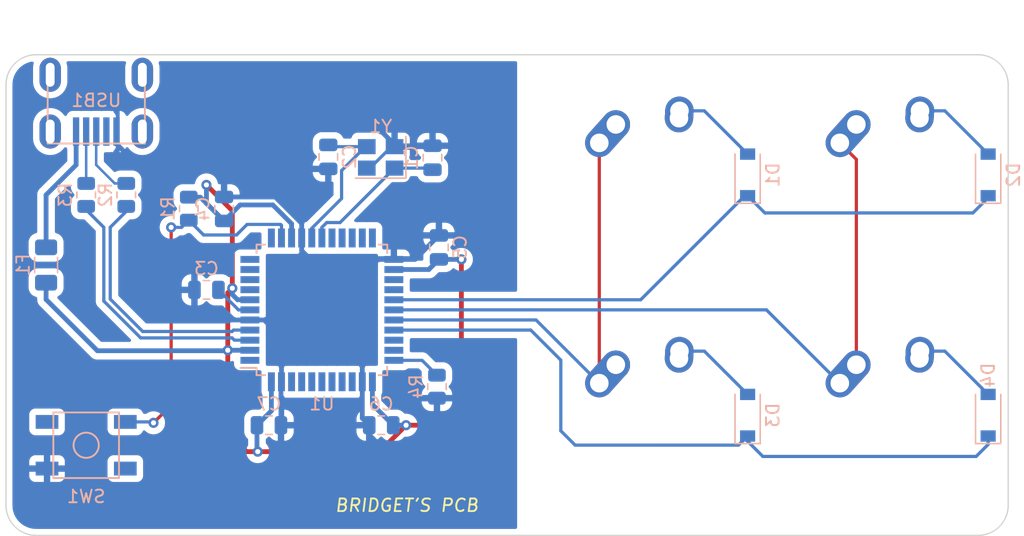
<source format=kicad_pcb>
(kicad_pcb (version 20211014) (generator pcbnew)
  (layers (0 "F.Cu" signal) (31 "B.Cu" signal) (34 "B.Paste" user) (35 "F.Paste" user) (36 "B.SilkS" user "B.Silkscreen") (37 "F.SilkS" user "F.Silkscreen") (38 "B.Mask" user) (39 "F.Mask" user) (44 "Edge.Cuts" user))
  (net 0 "")
  (net 1 "GND")
  (net 2 "Net-(C1-Pad2)")
  (net 3 "Net-(C2-Pad2)")
  (net 4 "Net-(C3-Pad1)")
  (net 5 "/ROW0")
  (net 6 "Net-(D1-Pad2)")
  (net 7 "Net-(D2-Pad2)")
  (net 8 "/ROW1")
  (net 9 "Net-(D3-Pad2)")
  (net 10 "Net-(D4-Pad2)")
  (net 11 "VCC")
  (net 12 "+5V")
  (net 13 "/COL0")
  (net 14 "/COL1")
  (net 15 "Net-(R1-Pad2)")
  (net 16 "/D+")
  (net 17 "Net-(R2-Pad2)")
  (net 18 "/D-")
  (net 19 "Net-(R3-Pad2)")
  (net 20 "Net-(R4-Pad1)")
  (footprint "MX_Alps_Hybrid:MX-1U-NoLED" (layer "F.Cu") (at 88.9 69.85)
    (fp_text reference "MX1")
    (fp_text value "MX-NoLED")
    (pad "" np_thru_hole circle locked (at 0 0) (size 3.9878 3.9878) (drill 3.9878) (layers *.Cu *.Mask))
    (pad "" np_thru_hole circle locked (at 5.08 0 48.0996) (size 1.75 1.75) (drill 1.75) (layers *.Cu *.Mask))
    (pad "" np_thru_hole circle locked (at -5.08 0 48.0996) (size 1.75 1.75) (drill 1.75) (layers *.Cu *.Mask))
    (pad "1" thru_hole oval locked (at -3.81 -2.54 48.0996) (size 4.211556 2.25) (drill 1.47 (offset 0.980778 0)) (layers *.Cu "B.Mask") (net 13 "/COL0"))
    (pad "1" thru_hole circle locked (at -2.5 -4) (size 2.25 2.25) (drill 1.47) (layers *.Cu "B.Mask") (net 13 "/COL0"))
    (pad "2" thru_hole circle locked (at 2.54 -5.08) (size 2.25 2.25) (drill 1.47) (layers *.Cu "B.Mask") (net 6 "Net-(D1-Pad2)"))
    (pad "2" thru_hole oval locked (at 2.5 -4.5 86.0548) (size 2.831378 2.25) (drill 1.47 (offset 0.290689 0)) (layers *.Cu "B.Mask") (net 6 "Net-(D1-Pad2)"))
  )
  (footprint "MX_Alps_Hybrid:MX-1U-NoLED" (layer "F.Cu") (at 107.95 88.9)
    (fp_text reference "MX4")
    (fp_text value "MX-NoLED")
    (pad "" np_thru_hole circle locked (at -5.08 0 48.0996) (size 1.75 1.75) (drill 1.75) (layers *.Cu *.Mask))
    (pad "" np_thru_hole circle locked (at 5.08 0 48.0996) (size 1.75 1.75) (drill 1.75) (layers *.Cu *.Mask))
    (pad "" np_thru_hole circle locked (at 0 0) (size 3.9878 3.9878) (drill 3.9878) (layers *.Cu *.Mask))
    (pad "1" thru_hole oval locked (at -3.81 -2.54 48.0996) (size 4.211556 2.25) (drill 1.47 (offset 0.980778 0)) (layers *.Cu "B.Mask") (net 14 "/COL1"))
    (pad "1" thru_hole circle locked (at -2.5 -4) (size 2.25 2.25) (drill 1.47) (layers *.Cu "B.Mask") (net 14 "/COL1"))
    (pad "2" thru_hole circle locked (at 2.54 -5.08) (size 2.25 2.25) (drill 1.47) (layers *.Cu "B.Mask") (net 10 "Net-(D4-Pad2)"))
    (pad "2" thru_hole oval locked (at 2.5 -4.5 86.0548) (size 2.831378 2.25) (drill 1.47 (offset 0.290689 0)) (layers *.Cu "B.Mask") (net 10 "Net-(D4-Pad2)"))
  )
  (footprint "MX_Alps_Hybrid:MX-1U-NoLED" (layer "F.Cu") (at 107.95 69.85)
    (fp_text reference "MX2")
    (fp_text value "MX-NoLED")
    (pad "" np_thru_hole circle locked (at 0 0) (size 3.9878 3.9878) (drill 3.9878) (layers *.Cu *.Mask))
    (pad "" np_thru_hole circle locked (at -5.08 0 48.0996) (size 1.75 1.75) (drill 1.75) (layers *.Cu *.Mask))
    (pad "" np_thru_hole circle locked (at 5.08 0 48.0996) (size 1.75 1.75) (drill 1.75) (layers *.Cu *.Mask))
    (pad "1" thru_hole circle locked (at -2.5 -4) (size 2.25 2.25) (drill 1.47) (layers *.Cu "B.Mask") (net 14 "/COL1"))
    (pad "1" thru_hole oval locked (at -3.81 -2.54 48.0996) (size 4.211556 2.25) (drill 1.47 (offset 0.980778 0)) (layers *.Cu "B.Mask") (net 14 "/COL1"))
    (pad "2" thru_hole oval locked (at 2.5 -4.5 86.0548) (size 2.831378 2.25) (drill 1.47 (offset 0.290689 0)) (layers *.Cu "B.Mask") (net 7 "Net-(D2-Pad2)"))
    (pad "2" thru_hole circle locked (at 2.54 -5.08) (size 2.25 2.25) (drill 1.47) (layers *.Cu "B.Mask") (net 7 "Net-(D2-Pad2)"))
  )
  (footprint "MX_Alps_Hybrid:MX-1U-NoLED" (layer "F.Cu") (at 88.9 88.9)
    (fp_text reference "MX3")
    (fp_text value "MX-NoLED")
    (pad "" np_thru_hole circle locked (at 0 0) (size 3.9878 3.9878) (drill 3.9878) (layers *.Cu *.Mask))
    (pad "" np_thru_hole circle locked (at 5.08 0 48.0996) (size 1.75 1.75) (drill 1.75) (layers *.Cu *.Mask))
    (pad "" np_thru_hole circle locked (at -5.08 0 48.0996) (size 1.75 1.75) (drill 1.75) (layers *.Cu *.Mask))
    (pad "1" thru_hole oval locked (at -3.81 -2.54 48.0996) (size 4.211556 2.25) (drill 1.47 (offset 0.980778 0)) (layers *.Cu "B.Mask") (net 13 "/COL0"))
    (pad "1" thru_hole circle locked (at -2.5 -4) (size 2.25 2.25) (drill 1.47) (layers *.Cu "B.Mask") (net 13 "/COL0"))
    (pad "2" thru_hole oval locked (at 2.5 -4.5 86.0548) (size 2.831378 2.25) (drill 1.47 (offset 0.290689 0)) (layers *.Cu "B.Mask") (net 9 "Net-(D3-Pad2)"))
    (pad "2" thru_hole circle locked (at 2.54 -5.08) (size 2.25 2.25) (drill 1.47) (layers *.Cu "B.Mask") (net 9 "Net-(D3-Pad2)"))
  )
  (footprint "Capacitor_SMD:C_0805_2012Metric" (layer "B.Cu") (at 63.627 68.42125 90)
    (fp_text reference "C2" (at 0 1.68 90) (layer "B.SilkS") (effects (justify mirror)))
    (fp_text value "22 pF")
    (fp_line (start -0.261252 0.735) (end 0.261252 0.735) (layer "B.SilkS") (width 0.12))
    (fp_line (start -0.261252 -0.735) (end 0.261252 -0.735) (layer "B.SilkS") (width 0.12))
    (pad "1" smd roundrect locked (at -0.95 0 90) (size 1 1.45) (layers "B.Cu" "B.Paste" "B.Mask") (net 1 "GND"))
    (pad "2" smd roundrect locked (at 0.95 0 90) (size 1 1.45) (layers "B.Cu" "B.Paste" "B.Mask") (net 3 "Net-(C2-Pad2)"))
  )
  (footprint "Capacitor_SMD:C_0805_2012Metric" (layer "B.Cu") (at 53.975 78.96225 180)
    (fp_text reference "C3" (at 0 1.68) (layer "B.SilkS") (effects (justify mirror)))
    (fp_text value "1 uF")
    (fp_line (start -0.261252 0.735) (end 0.261252 0.735) (layer "B.SilkS") (width 0.12))
    (fp_line (start -0.261252 -0.735) (end 0.261252 -0.735) (layer "B.SilkS") (width 0.12))
    (pad "1" smd roundrect locked (at -0.95 0 180) (size 1 1.45) (layers "B.Cu" "B.Paste" "B.Mask") (net 4 "Net-(C3-Pad1)"))
    (pad "2" smd roundrect locked (at 0.95 0 180) (size 1 1.45) (layers "B.Cu" "B.Paste" "B.Mask") (net 1 "GND"))
  )
  (footprint "Capacitor_SMD:C_0805_2012Metric" (layer "B.Cu") (at 67.818 89.69375 180)
    (fp_text reference "C6" (at 0 1.68) (layer "B.SilkS") (effects (justify mirror)))
    (fp_text value "0.1 uF")
    (fp_line (start -0.261252 0.735) (end 0.261252 0.735) (layer "B.SilkS") (width 0.12))
    (fp_line (start -0.261252 -0.735) (end 0.261252 -0.735) (layer "B.SilkS") (width 0.12))
    (pad "1" smd roundrect locked (at -0.95 0 180) (size 1 1.45) (layers "B.Cu" "B.Paste" "B.Mask") (net 12 "+5V"))
    (pad "2" smd roundrect locked (at 0.95 0 180) (size 1 1.45) (layers "B.Cu" "B.Paste" "B.Mask") (net 1 "GND"))
  )
  (footprint "Capacitor_SMD:C_0805_2012Metric" (layer "B.Cu") (at 72.39 75.59675 90)
    (fp_text reference "C5" (at 0 1.68 90) (layer "B.SilkS") (effects (justify mirror)))
    (fp_text value "0.1 uF")
    (fp_line (start -0.261252 -0.735) (end 0.261252 -0.735) (layer "B.SilkS") (width 0.12))
    (fp_line (start -0.261252 0.735) (end 0.261252 0.735) (layer "B.SilkS") (width 0.12))
    (pad "1" smd roundrect locked (at -0.95 0 90) (size 1 1.45) (layers "B.Cu" "B.Paste" "B.Mask") (net 12 "+5V"))
    (pad "2" smd roundrect locked (at 0.95 0 90) (size 1 1.45) (layers "B.Cu" "B.Paste" "B.Mask") (net 1 "GND"))
  )
  (footprint "random-keyboard-parts:SKQG-1155865" (layer "B.Cu") (at 44.45 91.28125 180)
    (fp_text reference "SW1" (at 0 -4.064) (layer "B.SilkS") (effects (justify mirror)))
    (fp_text value "SW_Push")
    (fp_line (start -2.6 2.6) (end 2.6 2.6) (layer "B.SilkS") (width 0.15))
    (fp_line (start 2.6 2.6) (end 2.6 -2.6) (layer "B.SilkS") (width 0.15))
    (fp_line (start 2.6 -2.6) (end -2.6 -2.6) (layer "B.SilkS") (width 0.15))
    (fp_line (start -2.6 -2.6) (end -2.6 2.6) (layer "B.SilkS") (width 0.15))
    (fp_circle (center 0 0) (end 1 0) (layer "B.SilkS") (width 0.15) (fill none))
    (pad "1" smd rect locked (at 3.1 -1.85 180) (size 1.8 1.1) (layers "B.Cu" "B.Paste" "B.Mask") (net 1 "GND"))
    (pad "2" smd rect locked (at -3.1 1.85 180) (size 1.8 1.1) (layers "B.Cu" "B.Paste" "B.Mask") (net 15 "Net-(R1-Pad2)"))
    (pad "3" smd rect locked (at 3.1 1.85 180) (size 1.8 1.1) (layers "B.Cu" "B.Paste" "B.Mask"))
    (pad "4" smd rect locked (at -3.1 -1.85 180) (size 1.8 1.1) (layers "B.Cu" "B.Paste" "B.Mask"))
  )
  (footprint "Resistor_SMD:R_0805_2012Metric" (layer "B.Cu") (at 52.578 72.52525 -90)
    (fp_text reference "R1" (at 0 1.65 90) (layer "B.SilkS") (effects (justify mirror)))
    (fp_text value "10k")
    (fp_line (start -0.227064 -0.735) (end 0.227064 -0.735) (layer "B.SilkS") (width 0.12))
    (fp_line (start -0.227064 0.735) (end 0.227064 0.735) (layer "B.SilkS") (width 0.12))
    (pad "1" smd roundrect locked (at -0.9125 0 270) (size 1.025 1.4) (layers "B.Cu" "B.Paste" "B.Mask") (roundrect_rratio 0.243902) (net 12 "+5V"))
    (pad "2" smd roundrect locked (at 0.9125 0 270) (size 1.025 1.4) (layers "B.Cu" "B.Paste" "B.Mask") (roundrect_rratio 0.243902) (net 15 "Net-(R1-Pad2)"))
  )
  (footprint "Diode_SMD:D_SOD-123" (layer "B.Cu") (at 96.8375 69.85 90)
    (fp_text reference "D1" (at 0 2 90) (layer "B.SilkS") (effects (justify mirror)))
    (fp_text value "SOD-123")
    (fp_line (start -2.25 -1) (end 1.65 -1) (layer "B.SilkS") (width 0.12))
    (fp_line (start -2.25 1) (end -2.25 -1) (layer "B.SilkS") (width 0.12))
    (fp_line (start -2.25 1) (end 1.65 1) (layer "B.SilkS") (width 0.12))
    (pad "1" smd rect locked (at -1.65 0 90) (size 0.9 1.2) (layers "B.Cu" "B.Paste" "B.Mask") (net 5 "/ROW0"))
    (pad "2" smd rect locked (at 1.65 0 90) (size 0.9 1.2) (layers "B.Cu" "B.Paste" "B.Mask") (net 6 "Net-(D1-Pad2)"))
  )
  (footprint "Diode_SMD:D_SOD-123" (layer "B.Cu") (at 96.8375 88.9 90)
    (fp_text reference "D3" (at 0 2 90) (layer "B.SilkS") (effects (justify mirror)))
    (fp_text value "SOD-123")
    (fp_line (start -2.25 1) (end 1.65 1) (layer "B.SilkS") (width 0.12))
    (fp_line (start -2.25 -1) (end 1.65 -1) (layer "B.SilkS") (width 0.12))
    (fp_line (start -2.25 1) (end -2.25 -1) (layer "B.SilkS") (width 0.12))
    (pad "1" smd rect locked (at -1.65 0 90) (size 0.9 1.2) (layers "B.Cu" "B.Paste" "B.Mask") (net 8 "/ROW1"))
    (pad "2" smd rect locked (at 1.65 0 90) (size 0.9 1.2) (layers "B.Cu" "B.Paste" "B.Mask") (net 9 "Net-(D3-Pad2)"))
  )
  (footprint "Crystal:Crystal_SMD_3225-4Pin_3.2x2.5mm" (layer "B.Cu") (at 67.775 68.46025 180)
    (fp_text reference "Y1" (at 0 2.45) (layer "B.SilkS") (effects (justify mirror)))
    (fp_text value "16 MHz")
    (fp_line (start -2 1.65) (end -2 -1.65) (layer "B.SilkS") (width 0.12))
    (fp_line (start -2 -1.65) (end 2 -1.65) (layer "B.SilkS") (width 0.12))
    (pad "1" smd rect locked (at -1.1 -0.85 180) (size 1.4 1.2) (layers "B.Cu" "B.Paste" "B.Mask") (net 2 "Net-(C1-Pad2)"))
    (pad "2" smd rect locked (at 1.1 -0.85 180) (size 1.4 1.2) (layers "B.Cu" "B.Paste" "B.Mask") (net 1 "GND"))
    (pad "3" smd rect locked (at 1.1 0.85 180) (size 1.4 1.2) (layers "B.Cu" "B.Paste" "B.Mask") (net 3 "Net-(C2-Pad2)"))
    (pad "4" smd rect locked (at -1.1 0.85 180) (size 1.4 1.2) (layers "B.Cu" "B.Paste" "B.Mask") (net 1 "GND"))
  )
  (footprint "Resistor_SMD:R_0805_2012Metric" (layer "B.Cu") (at 47.625 71.4375 -90)
    (fp_text reference "R2" (at 0 1.65 90) (layer "B.SilkS") (effects (justify mirror)))
    (fp_text value "22")
    (fp_line (start -0.227064 0.735) (end 0.227064 0.735) (layer "B.SilkS") (width 0.12))
    (fp_line (start -0.227064 -0.735) (end 0.227064 -0.735) (layer "B.SilkS") (width 0.12))
    (pad "1" smd roundrect locked (at -0.9125 0 270) (size 1.025 1.4) (layers "B.Cu" "B.Paste" "B.Mask") (roundrect_rratio 0.243902) (net 16 "/D+"))
    (pad "2" smd roundrect locked (at 0.9125 0 270) (size 1.025 1.4) (layers "B.Cu" "B.Paste" "B.Mask") (roundrect_rratio 0.243902) (net 17 "Net-(R2-Pad2)"))
  )
  (footprint "Capacitor_SMD:C_0805_2012Metric" (layer "B.Cu") (at 55.372 72.54875 -90)
    (fp_text reference "C4" (at 0 1.68 90) (layer "B.SilkS") (effects (justify mirror)))
    (fp_text value "0.1 uF")
    (fp_line (start -0.261252 -0.735) (end 0.261252 -0.735) (layer "B.SilkS") (width 0.12))
    (fp_line (start -0.261252 0.735) (end 0.261252 0.735) (layer "B.SilkS") (width 0.12))
    (pad "1" smd roundrect locked (at -0.95 0 270) (size 1 1.45) (layers "B.Cu" "B.Paste" "B.Mask") (net 1 "GND"))
    (pad "2" smd roundrect locked (at 0.95 0 270) (size 1 1.45) (layers "B.Cu" "B.Paste" "B.Mask") (net 12 "+5V"))
  )
  (footprint "Resistor_SMD:R_0805_2012Metric" (layer "B.Cu") (at 44.45 71.4375 -90)
    (fp_text reference "R3" (at 0 1.65 90) (layer "B.SilkS") (effects (justify mirror)))
    (fp_text value "22")
    (fp_line (start -0.227064 0.735) (end 0.227064 0.735) (layer "B.SilkS") (width 0.12))
    (fp_line (start -0.227064 -0.735) (end 0.227064 -0.735) (layer "B.SilkS") (width 0.12))
    (pad "1" smd roundrect locked (at -0.9125 0 270) (size 1.025 1.4) (layers "B.Cu" "B.Paste" "B.Mask") (roundrect_rratio 0.243902) (net 18 "/D-"))
    (pad "2" smd roundrect locked (at 0.9125 0 270) (size 1.025 1.4) (layers "B.Cu" "B.Paste" "B.Mask") (roundrect_rratio 0.243902) (net 19 "Net-(R3-Pad2)"))
  )
  (footprint "Resistor_SMD:R_0805_2012Metric" (layer "B.Cu") (at 72.23125 86.6375 -90)
    (fp_text reference "R4" (at 0 1.65 90) (layer "B.SilkS") (effects (justify mirror)))
    (fp_text value "10k")
    (fp_line (start -0.227064 0.735) (end 0.227064 0.735) (layer "B.SilkS") (width 0.12))
    (fp_line (start -0.227064 -0.735) (end 0.227064 -0.735) (layer "B.SilkS") (width 0.12))
    (pad "1" smd roundrect locked (at -0.9125 0 270) (size 1.025 1.4) (layers "B.Cu" "B.Paste" "B.Mask") (roundrect_rratio 0.243902) (net 20 "Net-(R4-Pad1)"))
    (pad "2" smd roundrect locked (at 0.9125 0 270) (size 1.025 1.4) (layers "B.Cu" "B.Paste" "B.Mask") (roundrect_rratio 0.243902) (net 1 "GND"))
  )
  (footprint "Diode_SMD:D_SOD-123" (layer "B.Cu") (at 115.8875 88.9 90)
    (fp_text reference "D4" (at 3.175 0 90) (layer "B.SilkS") (effects (justify mirror)))
    (fp_text value "SOD-123")
    (fp_line (start -2.25 -1) (end 1.65 -1) (layer "B.SilkS") (width 0.12))
    (fp_line (start -2.25 1) (end 1.65 1) (layer "B.SilkS") (width 0.12))
    (fp_line (start -2.25 1) (end -2.25 -1) (layer "B.SilkS") (width 0.12))
    (pad "1" smd rect locked (at -1.65 0 90) (size 0.9 1.2) (layers "B.Cu" "B.Paste" "B.Mask") (net 8 "/ROW1"))
    (pad "2" smd rect locked (at 1.65 0 90) (size 0.9 1.2) (layers "B.Cu" "B.Paste" "B.Mask") (net 10 "Net-(D4-Pad2)"))
  )
  (footprint "Diode_SMD:D_SOD-123" (layer "B.Cu") (at 115.8875 69.85 90)
    (fp_text reference "D2" (at 0 2 90) (layer "B.SilkS") (effects (justify mirror)))
    (fp_text value "SOD-123")
    (fp_line (start -2.25 1) (end -2.25 -1) (layer "B.SilkS") (width 0.12))
    (fp_line (start -2.25 1) (end 1.65 1) (layer "B.SilkS") (width 0.12))
    (fp_line (start -2.25 -1) (end 1.65 -1) (layer "B.SilkS") (width 0.12))
    (pad "1" smd rect locked (at -1.65 0 90) (size 0.9 1.2) (layers "B.Cu" "B.Paste" "B.Mask") (net 5 "/ROW0"))
    (pad "2" smd rect locked (at 1.65 0 90) (size 0.9 1.2) (layers "B.Cu" "B.Paste" "B.Mask") (net 7 "Net-(D2-Pad2)"))
  )
  (footprint "Package_QFP:TQFP-44_10x10mm_P0.8mm" (layer "B.Cu") (at 63.119 80.54975)
    (fp_text reference "U1" (at 0 7.45) (layer "B.SilkS") (effects (justify mirror)))
    (fp_text value "ATmega32U4-A")
    (fp_line (start -5.175 5.175) (end -5.175 4.6) (layer "B.SilkS") (width 0.15))
    (fp_line (start 5.175 5.175) (end 5.175 4.5) (layer "B.SilkS") (width 0.15))
    (fp_line (start -5.175 5.175) (end -4.5 5.175) (layer "B.SilkS") (width 0.15))
    (fp_line (start -5.175 4.6) (end -6.45 4.6) (layer "B.SilkS") (width 0.15))
    (fp_line (start 5.175 -5.175) (end 5.175 -4.5) (layer "B.SilkS") (width 0.15))
    (fp_line (start 5.175 5.175) (end 4.5 5.175) (layer "B.SilkS") (width 0.15))
    (fp_line (start -5.175 -5.175) (end -4.5 -5.175) (layer "B.SilkS") (width 0.15))
    (fp_line (start 5.175 -5.175) (end 4.5 -5.175) (layer "B.SilkS") (width 0.15))
    (fp_line (start -5.175 -5.175) (end -5.175 -4.5) (layer "B.SilkS") (width 0.15))
    (pad "1" smd rect locked (at -5.7 4) (size 1.5 0.55) (layers "B.Cu" "B.Paste" "B.Mask"))
    (pad "2" smd rect locked (at -5.7 3.2) (size 1.5 0.55) (layers "B.Cu" "B.Paste" "B.Mask") (net 12 "+5V"))
    (pad "3" smd rect locked (at -5.7 2.4) (size 1.5 0.55) (layers "B.Cu" "B.Paste" "B.Mask") (net 19 "Net-(R3-Pad2)"))
    (pad "4" smd rect locked (at -5.7 1.6) (size 1.5 0.55) (layers "B.Cu" "B.Paste" "B.Mask") (net 17 "Net-(R2-Pad2)"))
    (pad "5" smd rect locked (at -5.7 0.8) (size 1.5 0.55) (layers "B.Cu" "B.Paste" "B.Mask") (net 1 "GND"))
    (pad "6" smd rect locked (at -5.7 0) (size 1.5 0.55) (layers "B.Cu" "B.Paste" "B.Mask") (net 4 "Net-(C3-Pad1)"))
    (pad "7" smd rect locked (at -5.7 -0.8) (size 1.5 0.55) (layers "B.Cu" "B.Paste" "B.Mask") (net 12 "+5V"))
    (pad "8" smd rect locked (at -5.7 -1.6) (size 1.5 0.55) (layers "B.Cu" "B.Paste" "B.Mask"))
    (pad "9" smd rect locked (at -5.7 -2.4) (size 1.5 0.55) (layers "B.Cu" "B.Paste" "B.Mask"))
    (pad "10" smd rect locked (at -5.7 -3.2) (size 1.5 0.55) (layers "B.Cu" "B.Paste" "B.Mask"))
    (pad "11" smd rect locked (at -5.7 -4) (size 1.5 0.55) (layers "B.Cu" "B.Paste" "B.Mask"))
    (pad "12" smd rect locked (at -4 -5.7 270) (size 1.5 0.55) (layers "B.Cu" "B.Paste" "B.Mask"))
    (pad "13" smd rect locked (at -3.2 -5.7 270) (size 1.5 0.55) (layers "B.Cu" "B.Paste" "B.Mask") (net 15 "Net-(R1-Pad2)"))
    (pad "14" smd rect locked (at -2.4 -5.7 270) (size 1.5 0.55) (layers "B.Cu" "B.Paste" "B.Mask") (net 12 "+5V"))
    (pad "15" smd rect locked (at -1.6 -5.7 270) (size 1.5 0.55) (layers "B.Cu" "B.Paste" "B.Mask") (net 1 "GND"))
    (pad "16" smd rect locked (at -0.8 -5.7 270) (size 1.5 0.55) (layers "B.Cu" "B.Paste" "B.Mask") (net 3 "Net-(C2-Pad2)"))
    (pad "17" smd rect locked (at 0 -5.7 270) (size 1.5 0.55) (layers "B.Cu" "B.Paste" "B.Mask") (net 2 "Net-(C1-Pad2)"))
    (pad "18" smd rect locked (at 0.8 -5.7 270) (size 1.5 0.55) (layers "B.Cu" "B.Paste" "B.Mask"))
    (pad "19" smd rect locked (at 1.6 -5.7 270) (size 1.5 0.55) (layers "B.Cu" "B.Paste" "B.Mask"))
    (pad "20" smd rect locked (at 2.4 -5.7 270) (size 1.5 0.55) (layers "B.Cu" "B.Paste" "B.Mask"))
    (pad "21" smd rect locked (at 3.2 -5.7 270) (size 1.5 0.55) (layers "B.Cu" "B.Paste" "B.Mask"))
    (pad "22" smd rect locked (at 4 -5.7 270) (size 1.5 0.55) (layers "B.Cu" "B.Paste" "B.Mask"))
    (pad "23" smd rect locked (at 5.7 -4) (size 1.5 0.55) (layers "B.Cu" "B.Paste" "B.Mask") (net 1 "GND"))
    (pad "24" smd rect locked (at 5.7 -3.2) (size 1.5 0.55) (layers "B.Cu" "B.Paste" "B.Mask") (net 12 "+5V"))
    (pad "25" smd rect locked (at 5.7 -2.4) (size 1.5 0.55) (layers "B.Cu" "B.Paste" "B.Mask"))
    (pad "26" smd rect locked (at 5.7 -1.6) (size 1.5 0.55) (layers "B.Cu" "B.Paste" "B.Mask"))
    (pad "27" smd rect locked (at 5.7 -0.8) (size 1.5 0.55) (layers "B.Cu" "B.Paste" "B.Mask") (net 5 "/ROW0"))
    (pad "28" smd rect locked (at 5.7 0) (size 1.5 0.55) (layers "B.Cu" "B.Paste" "B.Mask") (net 14 "/COL1"))
    (pad "29" smd rect locked (at 5.7 0.8) (size 1.5 0.55) (layers "B.Cu" "B.Paste" "B.Mask") (net 13 "/COL0"))
    (pad "30" smd rect locked (at 5.7 1.6) (size 1.5 0.55) (layers "B.Cu" "B.Paste" "B.Mask") (net 8 "/ROW1"))
    (pad "31" smd rect locked (at 5.7 2.4) (size 1.5 0.55) (layers "B.Cu" "B.Paste" "B.Mask"))
    (pad "32" smd rect locked (at 5.7 3.2) (size 1.5 0.55) (layers "B.Cu" "B.Paste" "B.Mask"))
    (pad "33" smd rect locked (at 5.7 4) (size 1.5 0.55) (layers "B.Cu" "B.Paste" "B.Mask") (net 20 "Net-(R4-Pad1)"))
    (pad "34" smd rect locked (at 4 5.7 270) (size 1.5 0.55) (layers "B.Cu" "B.Paste" "B.Mask") (net 12 "+5V"))
    (pad "35" smd rect locked (at 3.2 5.7 270) (size 1.5 0.55) (layers "B.Cu" "B.Paste" "B.Mask") (net 1 "GND"))
    (pad "36" smd rect locked (at 2.4 5.7 270) (size 1.5 0.55) (layers "B.Cu" "B.Paste" "B.Mask"))
    (pad "37" smd rect locked (at 1.6 5.7 270) (size 1.5 0.55) (layers "B.Cu" "B.Paste" "B.Mask"))
    (pad "38" smd rect locked (at 0.8 5.7 270) (size 1.5 0.55) (layers "B.Cu" "B.Paste" "B.Mask"))
    (pad "39" smd rect locked (at 0 5.7 270) (size 1.5 0.55) (layers "B.Cu" "B.Paste" "B.Mask"))
    (pad "40" smd rect locked (at -0.8 5.7 270) (size 1.5 0.55) (layers "B.Cu" "B.Paste" "B.Mask"))
    (pad "41" smd rect locked (at -1.6 5.7 270) (size 1.5 0.55) (layers "B.Cu" "B.Paste" "B.Mask"))
    (pad "42" smd rect locked (at -2.4 5.7 270) (size 1.5 0.55) (layers "B.Cu" "B.Paste" "B.Mask"))
    (pad "43" smd rect locked (at -3.2 5.7 270) (size 1.5 0.55) (layers "B.Cu" "B.Paste" "B.Mask") (net 1 "GND"))
    (pad "44" smd rect locked (at -4 5.7 270) (size 1.5 0.55) (layers "B.Cu" "B.Paste" "B.Mask") (net 12 "+5V"))
  )
  (footprint "Capacitor_SMD:C_0805_2012Metric" (layer "B.Cu") (at 71.882 68.48725 -90)
    (fp_text reference "C1" (at 0 1.68 90) (layer "B.SilkS") (effects (justify mirror)))
    (fp_text value "22 pF")
    (fp_line (start -0.261252 0.735) (end 0.261252 0.735) (layer "B.SilkS") (width 0.12))
    (fp_line (start -0.261252 -0.735) (end 0.261252 -0.735) (layer "B.SilkS") (width 0.12))
    (pad "1" smd roundrect locked (at -0.95 0 270) (size 1 1.45) (layers "B.Cu" "B.Paste" "B.Mask") (net 1 "GND"))
    (pad "2" smd roundrect locked (at 0.95 0 270) (size 1 1.45) (layers "B.Cu" "B.Paste" "B.Mask") (net 2 "Net-(C1-Pad2)"))
  )
  (footprint "Capacitor_SMD:C_0805_2012Metric" (layer "B.Cu") (at 58.928 89.69375 180)
    (fp_text reference "C7" (at 0 1.68) (layer "B.SilkS") (effects (justify mirror)))
    (fp_text value "10 uF")
    (fp_line (start -0.261252 -0.735) (end 0.261252 -0.735) (layer "B.SilkS") (width 0.12))
    (fp_line (start -0.261252 0.735) (end 0.261252 0.735) (layer "B.SilkS") (width 0.12))
    (pad "1" smd roundrect locked (at -0.95 0 180) (size 1 1.45) (layers "B.Cu" "B.Paste" "B.Mask") (net 1 "GND"))
    (pad "2" smd roundrect locked (at 0.95 0 180) (size 1 1.45) (layers "B.Cu" "B.Paste" "B.Mask") (net 12 "+5V"))
  )
  (footprint "Fuse:Fuse_1206_3216Metric" (layer "B.Cu") (at 41.275 76.99375 -90)
    (fp_text reference "F1" (at 0 1.82 90) (layer "B.SilkS") (effects (justify mirror)))
    (fp_text value "500mA")
    (fp_line (start -0.602064 -0.91) (end 0.602064 -0.91) (layer "B.SilkS") (width 0.12))
    (fp_line (start -0.602064 0.91) (end 0.602064 0.91) (layer "B.SilkS") (width 0.12))
    (pad "1" smd roundrect locked (at -1.4 0 270) (size 1.25 1.75) (layers "B.Cu" "B.Paste" "B.Mask") (roundrect_rratio 0.2) (net 11 "VCC"))
    (pad "2" smd roundrect locked (at 1.4 0 270) (size 1.25 1.75) (layers "B.Cu" "B.Paste" "B.Mask") (roundrect_rratio 0.2) (net 12 "+5V"))
  )
  (footprint "random-keyboard-parts:Molex-0548190589" (layer "B.Cu") (at 45.25 61.9125 -90)
    (fp_text reference "USB1" (at 2.032 0) (layer "B.SilkS") (effects (justify mirror)))
    (fp_text value "Molex-0548190589")
    (fp_line (start 5.45 3.85) (end 5.45 -3.85) (layer "B.SilkS") (width 0.15))
    (fp_line (start 0 -3.85) (end 5.45 -3.85) (layer "B.SilkS") (width 0.15))
    (fp_line (start 0 3.85) (end 5.45 3.85) (layer "B.SilkS") (width 0.15))
    (pad "1" smd rect locked (at 4.5 -1.6 270) (size 2.25 0.5) (layers "B.Cu" "B.Paste" "B.Mask") (net 1 "GND"))
    (pad "2" smd rect locked (at 4.5 -0.8 270) (size 2.25 0.5) (layers "B.Cu" "B.Paste" "B.Mask"))
    (pad "3" smd rect locked (at 4.5 0 270) (size 2.25 0.5) (layers "B.Cu" "B.Paste" "B.Mask") (net 16 "/D+"))
    (pad "4" smd rect locked (at 4.5 0.8 270) (size 2.25 0.5) (layers "B.Cu" "B.Paste" "B.Mask") (net 18 "/D-"))
    (pad "5" smd rect locked (at 4.5 1.6 270) (size 2.25 0.5) (layers "B.Cu" "B.Paste" "B.Mask") (net 11 "VCC"))
    (pad "6" thru_hole oval locked (at 0 -3.65 270) (size 2.7 1.7) (drill oval 1.9 0.7) (layers *.Cu *.Mask))
    (pad "6" thru_hole oval locked (at 4.5 -3.65 270) (size 2.7 1.7) (drill oval 1.9 0.7) (layers *.Cu *.Mask))
    (pad "6" thru_hole oval locked (at 4.5 3.65 270) (size 2.7 1.7) (drill oval 1.9 0.7) (layers *.Cu *.Mask))
    (pad "6" thru_hole oval locked (at 0 3.65 270) (size 2.7 1.7) (drill oval 1.9 0.7) (layers *.Cu *.Mask))
  )
  (gr_line (start 115.09375 60.325) (end 40.48125 60.325) (layer "Edge.Cuts") (width 0.1))
  (gr_arc (start 40.48125 98.425) (mid 38.797452 97.727548) (end 38.1 96.04375) (layer "Edge.Cuts") (width 0.1))
  (gr_arc (start 38.1 62.70625) (mid 38.797452 61.022452) (end 40.48125 60.325) (layer "Edge.Cuts") (width 0.1))
  (gr_line (start 115.09375 98.425) (end 40.48125 98.425) (layer "Edge.Cuts") (width 0.1))
  (gr_line (start 117.475 62.70625) (end 117.475 96.04375) (layer "Edge.Cuts") (width 0.1))
  (gr_arc (start 117.475 96.04375) (mid 116.777548 97.727548) (end 115.09375 98.425) (layer "Edge.Cuts") (width 0.1))
  (gr_arc (start 115.09375 60.325) (mid 116.777548 61.022452) (end 117.475 62.70625) (layer "Edge.Cuts") (width 0.1))
  (gr_line (start 38.1 62.70625) (end 38.1 96.04375) (layer "Edge.Cuts") (width 0.1))
  (gr_text "BRIDGET'S PCB" (at 69.85 96.04375) (layer "F.SilkS") (effects (font (size 1 1) (thickness 0.15) italic)))
  (segment (start 66.319 89.14475) (end 66.868 89.69375) (width 0.381) (layer "B.Cu") (net 1))
  (segment (start 66.319 83.30525) (end 65.7325 82.71875) (width 0.381) (layer "B.Cu") (net 1))
  (segment (start 65.7325 77.61875) (end 63.282978 77.61875) (width 0.381) (layer "B.Cu") (net 1))
  (segment (start 53.025 78.96225) (end 53.025 80.80625) (width 0.381) (layer "B.Cu") (net 1))
  (segment (start 41.35 94.27725) (end 42.037 94.96425) (width 0.381) (layer "B.Cu") (net 1))
  (segment (start 63.282978 77.61875) (end 61.519 75.854772) (width 0.381) (layer "B.Cu") (net 1))
  (segment (start 61.783 69.37125) (end 61.087 68.67525) (width 0.381) (layer "B.Cu") (net 1))
  (segment (start 59.41998 71.59875) (end 61.519 73.69777) (width 0.381) (layer "B.Cu") (net 1))
  (segment (start 71.809 67.61025) (end 71.882 67.53725) (width 0.381) (layer "B.Cu") (net 1))
  (segment (start 66.675 69.31025) (end 66.929 69.31025) (width 0.381) (layer "B.Cu") (net 1))
  (segment (start 61.519 75.854772) (end 61.519 74.84975) (width 0.381) (layer "B.Cu") (net 1))
  (segment (start 59.919 82.71875) (end 59.919 86.24975) (width 0.381) (layer "B.Cu") (net 1))
  (segment (start 42.037 94.96425) (end 57.912 94.96425) (width 0.381) (layer "B.Cu") (net 1))
  (segment (start 70.487 76.54975) (end 68.819 76.54975) (width 0.381) (layer "B.Cu") (net 1))
  (segment (start 46.85 67.39225) (end 49.403 69.94525) (width 0.381) (layer "B.Cu") (net 1))
  (segment (start 59.878 92.99825) (end 59.878 89.69375) (width 0.381) (layer "B.Cu") (net 1))
  (segment (start 63.627 71.21525) (end 61.33174 73.51051) (width 0.381) (layer "B.Cu") (net 1))
  (segment (start 57.912 94.96425) (end 59.878 92.99825) (width 0.381) (layer "B.Cu") (net 1))
  (segment (start 62.23 66.13525) (end 67.564 66.13525) (width 0.381) (layer "B.Cu") (net 1))
  (segment (start 53.5685 81.34975) (end 57.419 81.34975) (width 0.381) (layer "B.Cu") (net 1))
  (segment (start 63.627 69.37125) (end 63.627 71.21525) (width 0.381) (layer "B.Cu") (net 1))
  (segment (start 49.403 69.94525) (end 49.403 79.59725) (width 0.381) (layer "B.Cu") (net 1))
  (segment (start 72.39 74.64675) (end 70.487 76.54975) (width 0.381) (layer "B.Cu") (net 1))
  (segment (start 59.878 89.69375) (end 59.878 86.29075) (width 0.381) (layer "B.Cu") (net 1))
  (segment (start 72.23125 87.55) (end 72.23125 90.551) (width 0.381) (layer "B.Cu") (net 1))
  (segment (start 65.7325 77.61875) (end 66.8015 76.54975) (width 0.381) (layer "B.Cu") (net 1))
  (segment (start 72.23125 90.551) (end 71.501 91.28125) (width 0.381) (layer "B.Cu") (net 1))
  (segment (start 53.025 80.80625) (end 53.5685 81.34975) (width 0.381) (layer "B.Cu") (net 1))
  (segment (start 61.087 68.67525) (end 61.087 67.27825) (width 0.381) (layer "B.Cu") (net 1))
  (segment (start 66.868 90.45825) (end 66.868 89.69375) (width 0.381) (layer "B.Cu") (net 1))
  (segment (start 66.929 69.31025) (end 68.628997 67.610253) (width 0.254) (layer "B.Cu") (net 1))
  (segment (start 67.691 91.28125) (end 66.868 90.45825) (width 0.381) (layer "B.Cu") (net 1))
  (segment (start 67.564 66.13525) (end 68.875 67.44625) (width 0.381) (layer "B.Cu") (net 1))
  (segment (start 49.403 79.59725) (end 51.1555 81.34975) (width 0.381) (layer "B.Cu") (net 1))
  (segment (start 51.1555 81.34975) (end 53.5685 81.34975) (width 0.381) (layer "B.Cu") (net 1))
  (segment (start 57.419 81.34975) (end 58.55 81.34975) (width 0.381) (layer "B.Cu") (net 1))
  (segment (start 61.519 73.69777) (end 61.519 74.84975) (width 0.381) (layer "B.Cu") (net 1))
  (segment (start 58.55 81.34975) (end 59.919 82.71875) (width 0.381) (layer "B.Cu") (net 1))
  (segment (start 59.878 86.29075) (end 59.919 86.24975) (width 0.381) (layer "B.Cu") (net 1))
  (segment (start 66.319 86.24975) (end 66.319 89.14475) (width 0.381) (layer "B.Cu") (net 1))
  (segment (start 46.85 66.4125) (end 46.85 67.39225) (width 0.381) (layer "B.Cu") (net 1))
  (segment (start 68.875 67.44625) (end 68.875 67.61025) (width 0.381) (layer "B.Cu") (net 1))
  (segment (start 66.8015 76.54975) (end 68.819 76.54975) (width 0.381) (layer "B.Cu") (net 1))
  (segment (start 66.319 86.24975) (end 66.319 83.30525) (width 0.381) (layer "B.Cu") (net 1))
  (segment (start 41.35 93.13125) (end 41.35 94.27725) (width 0.381) (layer "B.Cu") (net 1))
  (segment (start 55.372 71.59875) (end 59.41998 71.59875) (width 0.381) (layer "B.Cu") (net 1))
  (segment (start 65.7325 82.71875) (end 59.919 82.71875) (width 0.381) (layer "B.Cu") (net 1))
  (segment (start 65.7325 82.71875) (end 65.7325 77.61875) (width 0.381) (layer "B.Cu") (net 1))
  (segment (start 63.627 69.37125) (end 61.783 69.37125) (width 0.381) (layer "B.Cu") (net 1))
  (segment (start 71.501 91.28125) (end 67.691 91.28125) (width 0.381) (layer "B.Cu") (net 1))
  (segment (start 68.5655 67.61025) (end 71.809 67.61025) (width 0.381) (layer "B.Cu") (net 1))
  (segment (start 61.087 67.27825) (end 62.23 66.13525) (width 0.381) (layer "B.Cu") (net 1))
  (segment (start 71.882 69.43725) (end 71.755 69.31025) (width 0.254) (layer "B.Cu") (net 2))
  (segment (start 68.875 69.31025) (end 64.557 73.62825) (width 0.254) (layer "B.Cu") (net 2))
  (segment (start 63.119 74.00925) (end 63.119 74.84975) (width 0.254) (layer "B.Cu") (net 2))
  (segment (start 63.5 73.62825) (end 63.119 74.00925) (width 0.254) (layer "B.Cu") (net 2))
  (segment (start 64.557 73.62825) (end 63.5 73.62825) (width 0.254) (layer "B.Cu") (net 2))
  (segment (start 71.755 69.31025) (end 68.875 69.31025) (width 0.254) (layer "B.Cu") (net 2))
  (segment (start 62.319 74.080739) (end 62.319 74.84975) (width 0.254) (layer "B.Cu") (net 3))
  (segment (start 64.67852 69.50673) (end 64.67852 71.721219) (width 0.254) (layer "B.Cu") (net 3))
  (segment (start 63.766 67.61025) (end 66.675 67.61025) (width 0.254) (layer "B.Cu") (net 3))
  (segment (start 63.627 67.47125) (end 63.766 67.61025) (width 0.254) (layer "B.Cu") (net 3))
  (segment (start 64.67852 71.721219) (end 62.319 74.080739) (width 0.254) (layer "B.Cu") (net 3))
  (segment (start 66.575 67.61025) (end 64.67852 69.50673) (width 0.254) (layer "B.Cu") (net 3))
  (segment (start 56.5125 80.54975) (end 57.419 80.54975) (width 0.254) (layer "B.Cu") (net 4))
  (segment (start 54.925 78.96225) (end 56.5125 80.54975) (width 0.254) (layer "B.Cu") (net 4))
  (segment (start 114.681 72.86625) (end 98.20375 72.86625) (width 0.254) (layer "B.Cu") (net 5))
  (segment (start 98.20375 72.86625) (end 96.8375 71.5) (width 0.254) (layer "B.Cu") (net 5))
  (segment (start 88.3665 79.74975) (end 68.819 79.74975) (width 0.254) (layer "B.Cu") (net 5))
  (segment (start 115.8875 71.5) (end 115.8875 71.65975) (width 0.254) (layer "B.Cu") (net 5))
  (segment (start 96.61625 71.5) (end 88.3665 79.74975) (width 0.254) (layer "B.Cu") (net 5))
  (segment (start 96.8375 71.5) (end 96.61625 71.5) (width 0.254) (layer "B.Cu") (net 5))
  (segment (start 115.8875 71.65975) (end 114.681 72.86625) (width 0.254) (layer "B.Cu") (net 5))
  (segment (start 91.44 64.77) (end 93.4075 64.77) (width 0.254) (layer "B.Cu") (net 6))
  (segment (start 93.4075 64.77) (end 96.8375 68.2) (width 0.254) (layer "B.Cu") (net 6))
  (segment (start 110.49 64.77) (end 112.4575 64.77) (width 0.254) (layer "B.Cu") (net 7))
  (segment (start 112.4575 64.77) (end 115.8875 68.2) (width 0.254) (layer "B.Cu") (net 7))
  (segment (start 96.8375 90.96375) (end 96.8375 90.55) (width 0.254) (layer "B.Cu") (net 8))
  (segment (start 83.174171 91.270421) (end 82.042 90.13825) (width 0.254) (layer "B.Cu") (net 8))
  (segment (start 82.042 90.13825) (end 82.042 84.531771) (width 0.254) (layer "B.Cu") (net 8))
  (segment (start 98.044 92.17025) (end 96.8375 90.96375) (width 0.254) (layer "B.Cu") (net 8))
  (segment (start 96.8375 90.55) (end 96.117079 91.270421) (width 0.254) (layer "B.Cu") (net 8))
  (segment (start 96.117079 91.270421) (end 83.174171 91.270421) (width 0.254) (layer "B.Cu") (net 8))
  (segment (start 82.042 84.531771) (end 79.659979 82.14975) (width 0.254) (layer "B.Cu") (net 8))
  (segment (start 115.8875 91.21775) (end 114.935 92.17025) (width 0.254) (layer "B.Cu") (net 8))
  (segment (start 115.8875 90.55) (end 115.8875 91.21775) (width 0.254) (layer "B.Cu") (net 8))
  (segment (start 79.659979 82.14975) (end 68.819 82.14975) (width 0.254) (layer "B.Cu") (net 8))
  (segment (start 114.935 92.17025) (end 98.044 92.17025) (width 0.254) (layer "B.Cu") (net 8))
  (segment (start 91.44 83.82) (end 93.4075 83.82) (width 0.254) (layer "B.Cu") (net 9))
  (segment (start 93.4075 83.82) (end 96.8375 87.25) (width 0.254) (layer "B.Cu") (net 9))
  (segment (start 110.49 83.82) (end 112.4575 83.82) (width 0.254) (layer "B.Cu") (net 10))
  (segment (start 110.45 83.86) (end 110.49 83.82) (width 0.254) (layer "B.Cu") (net 10))
  (segment (start 110.45 84.4) (end 110.45 83.86) (width 0.254) (layer "B.Cu") (net 10))
  (segment (start 112.4575 83.82) (end 115.8875 87.25) (width 0.254) (layer "B.Cu") (net 10))
  (segment (start 41.275 71.4375) (end 41.275 75.59375) (width 0.381) (layer "B.Cu") (net 11))
  (segment (start 43.65 66.4125) (end 43.65 66.66875) (width 0.381) (layer "B.Cu") (net 11))
  (segment (start 43.65625 66.675) (end 43.65625 69.05625) (width 0.381) (layer "B.Cu") (net 11))
  (segment (start 43.65625 69.05625) (end 41.275 71.4375) (width 0.381) (layer "B.Cu") (net 11))
  (segment (start 43.65 66.66875) (end 43.65625 66.675) (width 0.381) (layer "B.Cu") (net 11))
  (segment (start 56.0245 72.69325) (end 53.975 70.64375) (width 0.381) (layer "F.Cu") (net 12))
  (segment (start 55.6645 79.19525) (end 55.6645 83.74975) (width 0.381) (layer "F.Cu") (net 12))
  (segment (start 69.7865 89.69375) (end 72.8345 89.69375) (width 0.381) (layer "F.Cu") (net 12))
  (segment (start 74.168 76.54925) (end 74.168 88.36025) (width 0.381) (layer "F.Cu") (net 12))
  (segment (start 69.7865 89.69375) (end 67.691 91.78925) (width 0.381) (layer "F.Cu") (net 12))
  (segment (start 56.0245 78.83525) (end 56.0245 72.69325) (width 0.381) (layer "F.Cu") (net 12))
  (segment (start 57.15 91.78925) (end 55.6645 90.30375) (width 0.381) (layer "F.Cu") (net 12))
  (segment (start 67.691 91.78925) (end 57.15 91.78925) (width 0.381) (layer "F.Cu") (net 12))
  (segment (start 72.8345 89.69375) (end 74.168 88.36025) (width 0.381) (layer "F.Cu") (net 12))
  (segment (start 55.6645 90.30375) (end 55.6645 83.74975) (width 0.381) (layer "F.Cu") (net 12))
  (segment (start 56.0245 78.83525) (end 55.6645 79.19525) (width 0.381) (layer "F.Cu") (net 12))
  (via (at 58.039 91.78925) (size 0.8) (drill 0.4) (layers "F.Cu" "B.Cu") (net 12))
  (via (at 53.975 70.64375) (size 0.8) (drill 0.4) (layers "F.Cu" "B.Cu") (net 12))
  (via (at 55.6645 83.74975) (size 0.8) (drill 0.4) (layers "F.Cu" "B.Cu") (net 12))
  (via (at 56.0245 78.83525) (size 0.8) (drill 0.4) (layers "F.Cu" "B.Cu") (net 12))
  (via (at 69.7865 89.69375) (size 0.8) (drill 0.4) (layers "F.Cu" "B.Cu") (net 12))
  (via (at 74.168 76.54925) (size 0.8) (drill 0.4) (layers "F.Cu" "B.Cu") (net 12))
  (segment (start 71.587 77.34975) (end 68.819 77.34975) (width 0.381) (layer "B.Cu") (net 12))
  (segment (start 55.626 83.78825) (end 55.6645 83.74975) (width 0.381) (layer "B.Cu") (net 12))
  (segment (start 59.119 86.24975) (end 59.119 88.55275) (width 0.381) (layer "B.Cu") (net 12))
  (segment (start 57.419 79.74975) (end 56.443676 79.74975) (width 0.381) (layer "B.Cu") (net 12))
  (segment (start 56.0245 79.330574) (end 56.0245 78.83525) (width 0.381) (layer "B.Cu") (net 12))
  (segment (start 67.119 88.04475) (end 68.768 89.69375) (width 0.381) (layer "B.Cu") (net 12))
  (segment (start 67.119 86.24975) (end 67.119 88.04475) (width 0.381) (layer "B.Cu") (net 12))
  (segment (start 57.978 89.69375) (end 57.978 91.72825) (width 0.381) (layer "B.Cu") (net 12))
  (segment (start 59.119 88.55275) (end 57.978 89.69375) (width 0.381) (layer "B.Cu") (net 12))
  (segment (start 56.6395 72.23125) (end 55.372 73.49875) (width 0.381) (layer "B.Cu") (net 12))
  (segment (start 72.39 76.54675) (end 71.587 77.34975) (width 0.381) (layer "B.Cu") (net 12))
  (segment (start 52.578 71.61275) (end 53.486 71.61275) (width 0.381) (layer "B.Cu") (net 12))
  (segment (start 68.768 89.69375) (end 69.7865 89.69375) (width 0.381) (layer "B.Cu") (net 12))
  (segment (start 53.975 70.64375) (end 53.975 72.10175) (width 0.381) (layer "B.Cu") (net 12))
  (segment (start 53.486 71.61275) (end 54.03975 72.1665) (width 0.381) (layer "B.Cu") (net 12))
  (segment (start 56.443676 79.74975) (end 56.0245 79.330574) (width 0.381) (layer "B.Cu") (net 12))
  (segment (start 41.275 79.72425) (end 45.339 83.78825) (width 0.381) (layer "B.Cu") (net 12))
  (segment (start 60.719 73.71875) (end 59.2315 72.23125) (width 0.381) (layer "B.Cu") (net 12))
  (segment (start 72.39 76.54675) (end 74.1655 76.54675) (width 0.381) (layer "B.Cu") (net 12))
  (segment (start 59.2315 72.23125) (end 56.6395 72.23125) (width 0.381) (layer "B.Cu") (net 12))
  (segment (start 60.719 74.84975) (end 60.719 73.71875) (width 0.381) (layer "B.Cu") (net 12))
  (segment (start 57.978 91.72825) (end 58.039 91.78925) (width 0.381) (layer "B.Cu") (net 12))
  (segment (start 74.1655 76.54675) (end 74.168 76.54925) (width 0.381) (layer "B.Cu") (net 12))
  (segment (start 57.419 83.74975) (end 55.6645 83.74975) (width 0.381) (layer "B.Cu") (net 12))
  (segment (start 41.275 78.39375) (end 41.275 79.72425) (width 0.381) (layer "B.Cu") (net 12))
  (segment (start 45.339 83.78825) (end 55.626 83.78825) (width 0.381) (layer "B.Cu") (net 12))
  (segment (start 54.03975 72.1665) (end 55.372 73.49875) (width 0.381) (layer "B.Cu") (net 12))
  (segment (start 85.09 67.31) (end 85.09 86.36) (width 0.254) (layer "F.Cu") (net 13))
  (segment (start 68.819 81.34975) (end 80.07975 81.34975) (width 0.254) (layer "B.Cu") (net 13))
  (segment (start 80.07975 81.34975) (end 85.09 86.36) (width 0.254) (layer "B.Cu") (net 13))
  (segment (start 105.45 84.9) (end 105.45 68.62) (width 0.254) (layer "F.Cu") (net 14))
  (segment (start 105.45 68.62) (end 104.14 67.31) (width 0.254) (layer "F.Cu") (net 14))
  (segment (start 98.32975 80.54975) (end 68.819 80.54975) (width 0.254) (layer "B.Cu") (net 14))
  (segment (start 104.14 86.36) (end 98.32975 80.54975) (width 0.254) (layer "B.Cu") (net 14))
  (segment (start 51.181 88.10625) (end 51.181 74.13625) (width 0.254) (layer "F.Cu") (net 15))
  (segment (start 49.784 89.50325) (end 51.181 88.10625) (width 0.254) (layer "F.Cu") (net 15))
  (via (at 49.784 89.50325) (size 0.8) (drill 0.4) (layers "F.Cu" "B.Cu") (net 15))
  (via (at 51.181 74.00925) (size 0.8) (drill 0.4) (layers "F.Cu" "B.Cu") (net 15))
  (segment (start 53.75275 74.6125) (end 52.578 73.43775) (width 0.254) (layer "B.Cu") (net 15))
  (segment (start 59.846489 73.773239) (end 57.195511 73.773239) (width 0.254) (layer "B.Cu") (net 15))
  (segment (start 51.181 74.00925) (end 52.0065 74.00925) (width 0.254) (layer "B.Cu") (net 15))
  (segment (start 59.919 74.84975) (end 59.919 73.84575) (width 0.254) (layer "B.Cu") (net 15))
  (segment (start 57.195511 73.773239) (end 56.35625 74.6125) (width 0.254) (layer "B.Cu") (net 15))
  (segment (start 52.0065 74.00925) (end 52.578 73.43775) (width 0.254) (layer "B.Cu") (net 15))
  (segment (start 59.919 73.84575) (end 59.846489 73.773239) (width 0.254) (layer "B.Cu") (net 15))
  (segment (start 56.35625 74.6125) (end 53.75275 74.6125) (width 0.254) (layer "B.Cu") (net 15))
  (segment (start 47.55 89.43125) (end 49.74375 89.43125) (width 0.254) (layer "B.Cu") (net 15))
  (segment (start 45.25 66.4125) (end 45.25 67.4625) (width 0.2) (layer "B.Cu") (net 16))
  (segment (start 45.24375 69.05625) (end 46.7125 70.525) (width 0.2) (layer "B.Cu") (net 16))
  (segment (start 45.25 67.4625) (end 45.24375 67.46875) (width 0.2) (layer "B.Cu") (net 16))
  (segment (start 45.24375 67.46875) (end 45.24375 69.05625) (width 0.2) (layer "B.Cu") (net 16))
  (segment (start 46.7125 70.525) (end 47.625 70.525) (width 0.2) (layer "B.Cu") (net 16))
  (segment (start 46.355 74.00925) (end 46.355 79.6925) (width 0.254) (layer "B.Cu") (net 17))
  (segment (start 47.625 72.35) (end 47.625 72.73925) (width 0.254) (layer "B.Cu") (net 17))
  (segment (start 56.1215 82.14975) (end 57.419 82.14975) (width 0.254) (layer "B.Cu") (net 17))
  (segment (start 46.355 79.6925) (end 48.92675 82.26425) (width 0.254) (layer "B.Cu") (net 17))
  (segment (start 47.625 72.73925) (end 46.355 74.00925) (width 0.254) (layer "B.Cu") (net 17))
  (segment (start 48.92675 82.26425) (end 56.007 82.26425) (width 0.254) (layer "B.Cu") (net 17))
  (segment (start 56.007 82.26425) (end 56.1215 82.14975) (width 0.254) (layer "B.Cu") (net 17))
  (segment (start 44.45 66.4125) (end 44.45 70.525) (width 0.2) (layer "B.Cu") (net 18))
  (segment (start 44.45 72.35) (end 44.45 72.61225) (width 0.254) (layer "B.Cu") (net 19))
  (segment (start 56.007 82.77225) (end 56.1845 82.94975) (width 0.254) (layer "B.Cu") (net 19))
  (segment (start 45.847 79.85125) (end 48.768 82.77225) (width 0.254) (layer "B.Cu") (net 19))
  (segment (start 48.768 82.77225) (end 56.007 82.77225) (width 0.254) (layer "B.Cu") (net 19))
  (segment (start 45.847 74.00925) (end 45.847 79.85125) (width 0.254) (layer "B.Cu") (net 19))
  (segment (start 56.1845 82.94975) (end 57.419 82.94975) (width 0.254) (layer "B.Cu") (net 19))
  (segment (start 44.45 72.61225) (end 45.847 74.00925) (width 0.254) (layer "B.Cu") (net 19))
  (segment (start 71.056 84.54975) (end 68.819 84.54975) (width 0.254) (layer "B.Cu") (net 20))
  (segment (start 72.23125 85.725) (end 71.056 84.54975) (width 0.254) (layer "B.Cu") (net 20))
  (zone (net 1) (net_name "GND") (layer "B.Cu") (connect_pads (clearance 0.508)) (min_thickness 0.254) (fill yes (thermal_gap 0.508) (thermal_bridge_width 0.508))
    (polygon (pts (xy 78.58125 98.425) (xy 38.1 98.425) (xy 38.1 60.325) (xy 78.58125 60.325)))
  )
)
</source>
